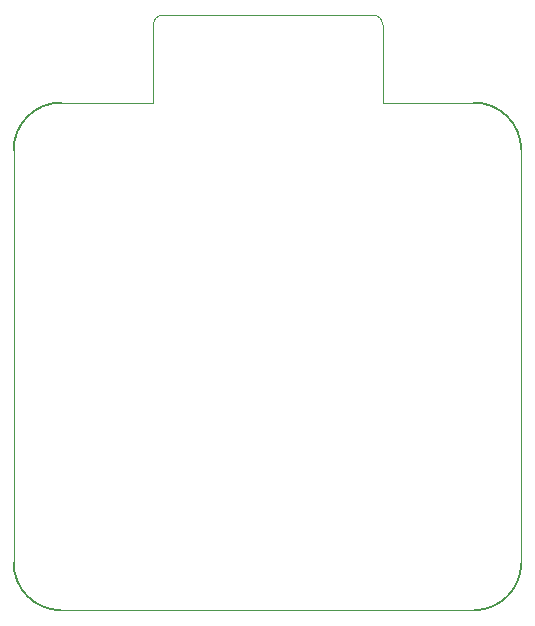
<source format=gm1>
G04 #@! TF.GenerationSoftware,KiCad,Pcbnew,(6.0.7)*
G04 #@! TF.CreationDate,2023-04-22T02:00:50-05:00*
G04 #@! TF.ProjectId,LED_BoardRev2,4c45445f-426f-4617-9264-526576322e6b,rev?*
G04 #@! TF.SameCoordinates,Original*
G04 #@! TF.FileFunction,Profile,NP*
%FSLAX46Y46*%
G04 Gerber Fmt 4.6, Leading zero omitted, Abs format (unit mm)*
G04 Created by KiCad (PCBNEW (6.0.7)) date 2023-04-22 02:00:50*
%MOMM*%
%LPD*%
G01*
G04 APERTURE LIST*
G04 #@! TA.AperFunction,Profile*
%ADD10C,0.150000*%
G04 #@! TD*
G04 #@! TA.AperFunction,Profile*
%ADD11C,0.100000*%
G04 #@! TD*
G04 APERTURE END LIST*
D10*
X115671600Y-126695200D02*
G75*
G03*
X119684800Y-130708400I4013200J0D01*
G01*
X154635200Y-130708400D02*
G75*
G03*
X158648400Y-126695200I0J4013200D01*
G01*
X119684800Y-87731600D02*
G75*
G03*
X115671600Y-91744800I0J-4013200D01*
G01*
D11*
X127508000Y-87731600D02*
X119684800Y-87731600D01*
X128320800Y-80314800D02*
G75*
G03*
X127508000Y-81127600I0J-812800D01*
G01*
X115671600Y-91744800D02*
X115671600Y-126695200D01*
D10*
X158648400Y-91744800D02*
G75*
G03*
X154635200Y-87731600I-4013200J0D01*
G01*
D11*
X119684800Y-130708400D02*
X154635200Y-130708400D01*
X158648400Y-126695200D02*
X158648400Y-91744800D01*
X146913600Y-81127600D02*
G75*
G03*
X146100800Y-80314800I-812800J0D01*
G01*
X127508000Y-81127600D02*
X127508000Y-87731600D01*
X146913600Y-81127600D02*
X146913600Y-87731600D01*
X128320800Y-80314800D02*
X146100800Y-80314800D01*
X154635200Y-87731600D02*
X146913600Y-87731600D01*
M02*

</source>
